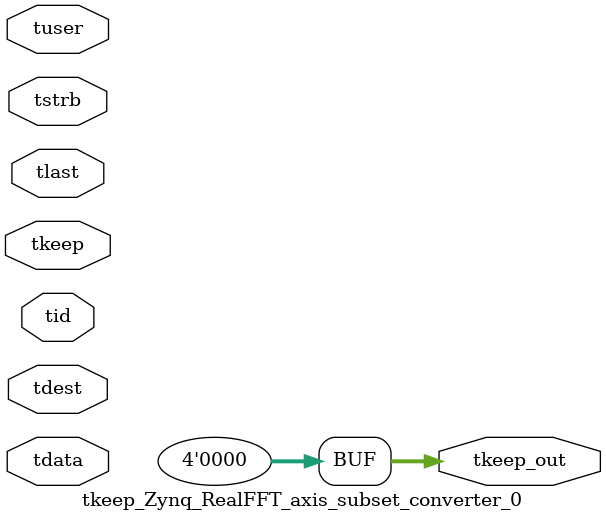
<source format=v>


`timescale 1ps/1ps

module tkeep_Zynq_RealFFT_axis_subset_converter_0 #
(
parameter C_S_AXIS_TDATA_WIDTH = 32,
parameter C_S_AXIS_TUSER_WIDTH = 0,
parameter C_S_AXIS_TID_WIDTH   = 0,
parameter C_S_AXIS_TDEST_WIDTH = 0,
parameter C_M_AXIS_TDATA_WIDTH = 32
)
(
input  [(C_S_AXIS_TDATA_WIDTH == 0 ? 1 : C_S_AXIS_TDATA_WIDTH)-1:0     ] tdata,
input  [(C_S_AXIS_TUSER_WIDTH == 0 ? 1 : C_S_AXIS_TUSER_WIDTH)-1:0     ] tuser,
input  [(C_S_AXIS_TID_WIDTH   == 0 ? 1 : C_S_AXIS_TID_WIDTH)-1:0       ] tid,
input  [(C_S_AXIS_TDEST_WIDTH == 0 ? 1 : C_S_AXIS_TDEST_WIDTH)-1:0     ] tdest,
input  [(C_S_AXIS_TDATA_WIDTH/8)-1:0 ] tkeep,
input  [(C_S_AXIS_TDATA_WIDTH/8)-1:0 ] tstrb,
input                                                                    tlast,
output [(C_M_AXIS_TDATA_WIDTH/8)-1:0 ] tkeep_out
);

assign tkeep_out = {1'b0};

endmodule


</source>
